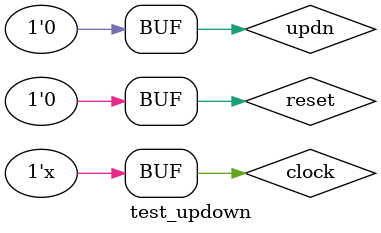
<source format=sv>
module test_updown;
  reg clock,reset, updn;
  wire [3:0] count;
  updown ud1 (count, clock , reset, updn);
  always #5 clock = ! clock;
  initial begin
     $dumpfile("dump.vcd"); $dumpvars;
    clock =0;updn = 1; reset= 1;
    #10 reset = 0;
    #210 updn = 0;
  end
endmodule
</source>
